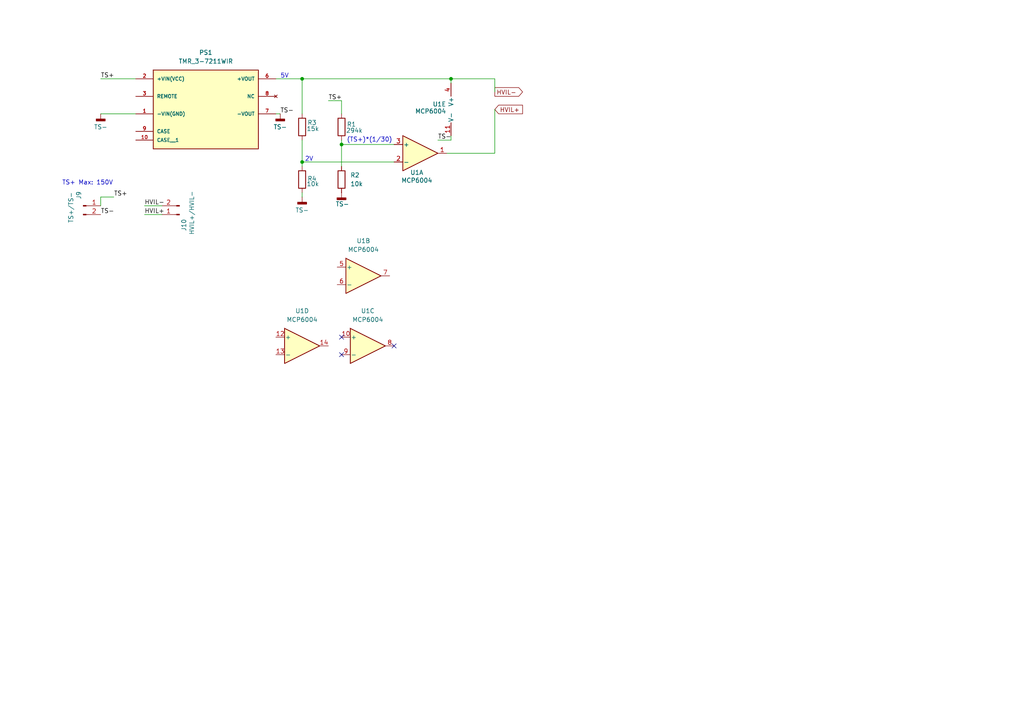
<source format=kicad_sch>
(kicad_sch (version 20250114) (generator "eeschema") (generator_version "9.0")
  (paper "A4")
  (lib_symbols
    (symbol "Amplifier_Operational:MCP6004" (pin_names (offset 0.127))
      (property "Reference" "U" (at 0 5.08 0))
      (property "Value" "MCP6004" (at 0 -5.08 0))
      (symbol "MCP6004_1_1"
        (polyline (pts (xy -5.08 5.08) (xy 5.08 0) (xy -5.08 -5.08) (xy -5.08 5.08)) (stroke (width 0.254)) (fill (type background)))
        (pin input line (at -7.62 2.54 0) (length 2.54) (name "+") (number "3"))
        (pin input line (at -7.62 -2.54 0) (length 2.54) (name "-") (number "2"))
        (pin output line (at 7.62 0 180) (length 2.54) (name "~") (number "1"))
      )
      (symbol "MCP6004_2_1"
        (polyline (pts (xy -5.08 5.08) (xy 5.08 0) (xy -5.08 -5.08) (xy -5.08 5.08)) (stroke (width 0.254)) (fill (type background)))
        (pin input line (at -7.62 2.54 0) (length 2.54) (name "+") (number "5"))
        (pin input line (at -7.62 -2.54 0) (length 2.54) (name "-") (number "6"))
        (pin output line (at 7.62 0 180) (length 2.54) (name "~") (number "7"))
      )
      (symbol "MCP6004_3_1"
        (polyline (pts (xy -5.08 5.08) (xy 5.08 0) (xy -5.08 -5.08) (xy -5.08 5.08)) (stroke (width 0.254)) (fill (type background)))
        (pin input line (at -7.62 2.54 0) (length 2.54) (name "+") (number "10"))
        (pin input line (at -7.62 -2.54 0) (length 2.54) (name "-") (number "9"))
        (pin output line (at 7.62 0 180) (length 2.54) (name "~") (number "8"))
      )
      (symbol "MCP6004_4_1"
        (polyline (pts (xy -5.08 5.08) (xy 5.08 0) (xy -5.08 -5.08) (xy -5.08 5.08)) (stroke (width 0.254)) (fill (type background)))
        (pin input line (at -7.62 2.54 0) (length 2.54) (name "+") (number "12"))
        (pin input line (at -7.62 -2.54 0) (length 2.54) (name "-") (number "13"))
        (pin output line (at 7.62 0 180) (length 2.54) (name "~") (number "14"))
      )
      (symbol "MCP6004_5_1"
        (pin power_in line (at -2.54 7.62 270) (length 3.81) (name "V+") (number "4"))
        (pin power_in line (at -2.54 -7.62 90) (length 3.81) (name "V-") (number "11"))
      )
    )
    (symbol "Connector:Conn_01x02_Pin" (pin_names (offset 1.016) (hide yes))
      (property "Reference" "J" (at 0 2.54 0))
      (property "Value" "Conn_01x02_Pin" (at 0 -5.08 0))
      (symbol "Conn_01x02_Pin_1_1"
        (rectangle (start 0.8636 0.127) (end 0 -0.127) (stroke (width 0.1524)) (fill (type outline)))
        (rectangle (start 0.8636 -2.413) (end 0 -2.667) (stroke (width 0.1524)) (fill (type outline)))
        (polyline (pts (xy 1.27 0) (xy 0.8636 0)) (stroke (width 0.1524)))
        (polyline (pts (xy 1.27 -2.54) (xy 0.8636 -2.54)) (stroke (width 0.1524)))
        (pin passive line (at 5.08 0 180) (length 3.81) (name "Pin_1") (number "1"))
        (pin passive line (at 5.08 -2.54 180) (length 3.81) (name "Pin_2") (number "2"))
      )
    )
    (symbol "Device:R" (pin_numbers (hide yes)) (pin_names (offset 0))
      (property "Reference" "R" (at 2.032 0 90))
      (property "Value" "R" (at 0 0 90))
      (symbol "R_0_1"
        (rectangle (start -1.016 -2.54) (end 1.016 2.54) (stroke (width 0.254)))
      )
      (symbol "R_1_1"
        (pin passive line (at 0 3.81 270) (length 1.27) (name "~") (number "1"))
        (pin passive line (at 0 -3.81 90) (length 1.27) (name "~") (number "2"))
      )
    )
    (symbol "TMR_3-7211WIR:TMR_3-7211WIR" (pin_names (offset 1.016))
      (property "Reference" "PS" (at -15.24 10.922 0))
      (property "Value" "TMR_3-7211WIR" (at -15.24 -15.24 0))
      (symbol "TMR_3-7211WIR_0_0"
        (rectangle (start -15.24 -12.7) (end 15.24 10.16) (stroke (width 0.254)) (fill (type background)))
        (pin input line (at -20.32 7.62 0) (length 5.08) (name "+VIN(VCC)") (number "2"))
        (pin input line (at -20.32 2.54 0) (length 5.08) (name "REMOTE") (number "3"))
        (pin input line (at -20.32 -2.54 0) (length 5.08) (name "-VIN(GND)") (number "1"))
        (pin passive line (at -20.32 -7.62 0) (length 5.08) (name "CASE") (number "9"))
        (pin passive line (at -20.32 -10.16 0) (length 5.08) (name "CASE__1") (number "10"))
        (pin output line (at 20.32 7.62 180) (length 5.08) (name "+VOUT") (number "6"))
        (pin no_connect line (at 20.32 2.54 180) (length 5.08) (name "NC") (number "8"))
        (pin output line (at 20.32 -2.54 180) (length 5.08) (name "-VOUT") (number "7"))
      )
    )
    (symbol "power:GNDD" (power) (pin_numbers (hide yes)) (pin_names (offset 0) (hide yes))
      (property "Value" "GNDD" (at 0 -3.175 0))
      (symbol "GNDD_0_1"
        (rectangle (start -1.27 -1.524) (end 1.27 -2.032) (stroke (width 0.254)) (fill (type outline)))
        (polyline (pts (xy 0 0) (xy 0 -1.524)))
      )
      (symbol "GNDD_1_1"
        (pin power_in line (at 0 0 270) (length 0) (name "~") (number "1"))
      )
    )
  )
  (text "2V" (at 89.662 46.228 0) (effects (font (size 1.27 1.27))))
  (text "5V" (at 82.55 22.098 0) (effects (font (size 1.27 1.27))))
  (text "(TS+)*(1/30)" (at 107.188 40.64 0) (effects (font (size 1.27 1.27))))
  (text "TS+ Max: 150V\n" (at 25.4 53.086 0) (effects (font (size 1.27 1.27))))
  (junction (at 87.63 46.99))
  (junction (at 87.63 22.86))
  (junction (at 99.06 41.91))
  (junction (at 130.81 22.86))
  (no_connect (at 99.06 102.87))
  (no_connect (at 114.3 100.33))
  (no_connect (at 99.06 97.79))
  (wire (pts (xy 80.01 22.86) (xy 87.63 22.86)))
  (wire (pts (xy 33.02 57.15) (xy 29.21 57.15)))
  (wire (pts (xy 41.91 59.69) (xy 46.99 59.69)))
  (wire (pts (xy 143.51 22.86) (xy 143.51 26.67)))
  (wire (pts (xy 99.06 41.91) (xy 99.06 48.26)))
  (wire (pts (xy 41.91 62.23) (xy 46.99 62.23)))
  (wire (pts (xy 130.81 22.86) (xy 143.51 22.86)))
  (wire (pts (xy 87.63 46.99) (xy 114.3 46.99)))
  (wire (pts (xy 130.81 40.64) (xy 130.81 39.37)))
  (wire (pts (xy 99.06 41.91) (xy 114.3 41.91)))
  (wire (pts (xy 87.63 22.86) (xy 87.63 33.02)))
  (wire (pts (xy 87.63 22.86) (xy 130.81 22.86)))
  (wire (pts (xy 99.06 29.21) (xy 99.06 33.02)))
  (wire (pts (xy 99.06 40.64) (xy 99.06 41.91)))
  (wire (pts (xy 80.01 33.02) (xy 81.28 33.02)))
  (wire (pts (xy 143.51 31.75) (xy 143.51 44.45)))
  (wire (pts (xy 29.21 22.86) (xy 39.37 22.86)))
  (wire (pts (xy 29.21 33.02) (xy 39.37 33.02)))
  (wire (pts (xy 95.25 29.21) (xy 99.06 29.21)))
  (wire (pts (xy 127 40.64) (xy 130.81 40.64)))
  (wire (pts (xy 130.81 22.86) (xy 130.81 24.13)))
  (wire (pts (xy 87.63 57.15) (xy 87.63 55.88)))
  (wire (pts (xy 29.21 57.15) (xy 29.21 59.69)))
  (wire (pts (xy 87.63 40.64) (xy 87.63 46.99)))
  (wire (pts (xy 87.63 46.99) (xy 87.63 48.26)))
  (wire (pts (xy 129.54 44.45) (xy 143.51 44.45)))
  (label "TS+" (at 33.02 57.15 0))
  (label "TS-" (at 81.28 33.02 0))
  (label "TS+" (at 95.25 29.21 0))
  (label "TS-" (at 127 40.64 0))
  (label "HVIL+" (at 41.91 62.23 0))
  (label "TS-" (at 29.21 62.23 0))
  (label "TS+" (at 29.21 22.86 0))
  (label "HVIL-" (at 41.91 59.69 0))
  (global_label "HVIL-" (shape output) (at 143.51 26.67 0) (property "Intersheetrefs" "${INTERSHEET_REFS}" (effects (hide yes))))
  (global_label "HVIL+" (shape input) (at 143.51 31.75 0) (property "Intersheetrefs" "${INTERSHEET_REFS}" (effects (hide yes))))
  (symbol (lib_id "Device:R") (at 99.06 52.07 180) (unit 1)
    (property "Reference" "R2" (at 101.6 50.7999 0) (effects (justify right)))
    (property "Value" "10k" (at 101.6 53.3399 0) (effects (justify right)))
    (property "Footprint" "Resistor_SMD:R_0805_2012Metric_Pad1.20x1.40mm_HandSolder" (effects (hide yes)))
    (property "Description" "Resistor" (effects (hide yes)))
  )
  (symbol (lib_id "Device:R") (at 99.06 36.83 180) (unit 1)
    (property "Reference" "R1" (at 100.584 36.068 0) (effects (justify right)))
    (property "Value" "294k" (at 100.33 37.846 0) (effects (justify right)))
    (property "Footprint" "Resistor_SMD:R_0805_2012Metric_Pad1.20x1.40mm_HandSolder" (effects (hide yes)))
    (property "Description" "Resistor" (effects (hide yes)))
  )
  (symbol (lib_id "Amplifier_Operational:MCP6004") (at 106.68 100.33 0) (unit 3)
    (property "Reference" "U1" (at 106.68 90.17 0))
    (property "Value" "MCP6004" (at 106.68 92.71 0))
    (property "Footprint" "Package_SO:SOIC-14_3.9x8.7mm_P1.27mm" (effects (hide yes)))
    (property "Datasheet" "http://ww1.microchip.com/downloads/en/DeviceDoc/21733j.pdf" (effects (hide yes)))
    (property "Description" "1MHz, Low-Power Op Amp, DIP-14/SOIC-14/TSSOP-14" (effects (hide yes)))
  )
  (symbol (lib_id "power:GNDD") (at 87.63 57.15 0) (unit 1)
    (property "Reference" "#PWR04" (effects (hide yes)))
    (property "Value" "TS-" (at 87.63 60.96 0))
    (property "Description" "Power symbol creates a global label with name \"GNDD\" , digital ground" (effects (hide yes)))
  )
  (symbol (lib_id "power:GNDD") (at 99.06 55.88 0) (unit 1)
    (property "Reference" "#PWR03" (effects (hide yes)))
    (property "Value" "TS-" (at 99.314 59.182 0))
    (property "Description" "Power symbol creates a global label with name \"GNDD\" , digital ground" (effects (hide yes)))
  )
  (symbol (lib_id "Device:R") (at 87.63 52.07 0) (unit 1)
    (property "Reference" "R4" (at 89.154 51.816 0) (effects (justify left)))
    (property "Value" "10k" (at 88.9 53.34 0) (effects (justify left)))
    (property "Footprint" "Resistor_SMD:R_0603_1608Metric_Pad0.98x0.95mm_HandSolder" (effects (hide yes)))
    (property "Description" "Resistor" (effects (hide yes)))
  )
  (symbol (lib_id "Connector:Conn_01x02_Pin") (at 24.13 59.69 0) (unit 1)
    (property "Reference" "J9" (at 22.86 56.642 90))
    (property "Value" "TS+/TS-" (at 20.574 60.198 90))
    (property "Footprint" "Connector_Molex:Molex_Nano-Fit_105309-xx02_1x02_P2.50mm_Vertical" (effects (hide yes)))
    (property "Description" "Generic connector, single row, 01x02, script generated" (effects (hide yes)))
  )
  (symbol (lib_id "Amplifier_Operational:MCP6004") (at 105.41 80.01 0) (unit 2)
    (property "Reference" "U1" (at 105.41 69.85 0))
    (property "Value" "MCP6004" (at 105.41 72.39 0))
    (property "Footprint" "Package_SO:SOIC-14_3.9x8.7mm_P1.27mm" (effects (hide yes)))
    (property "Datasheet" "http://ww1.microchip.com/downloads/en/DeviceDoc/21733j.pdf" (effects (hide yes)))
    (property "Description" "1MHz, Low-Power Op Amp, DIP-14/SOIC-14/TSSOP-14" (effects (hide yes)))
  )
  (symbol (lib_id "power:GNDD") (at 29.21 33.02 0) (unit 1)
    (property "Reference" "#PWR01" (effects (hide yes)))
    (property "Value" "TS-" (at 29.21 36.83 0))
    (property "Description" "Power symbol creates a global label with name \"GNDD\" , digital ground" (effects (hide yes)))
  )
  (symbol (lib_id "Connector:Conn_01x02_Pin") (at 52.07 62.23 180) (unit 1)
    (property "Reference" "J10" (at 53.34 65.278 90))
    (property "Value" "HVIL+/HVIL-" (at 55.626 61.722 90))
    (property "Footprint" "Connector_Molex:Molex_Nano-Fit_105309-xx02_1x02_P2.50mm_Vertical" (effects (hide yes)))
    (property "Description" "Generic connector, single row, 01x02, script generated" (effects (hide yes)))
  )
  (symbol (lib_id "Amplifier_Operational:MCP6004") (at 133.35 31.75 0) (unit 5)
    (property "Reference" "U1" (at 125.476 30.226 0) (effects (justify left)))
    (property "Value" "MCP6004" (at 120.396 32.258 0) (effects (justify left)))
    (property "Footprint" "Package_SO:SOIC-14_3.9x8.7mm_P1.27mm" (effects (hide yes)))
    (property "Datasheet" "http://ww1.microchip.com/downloads/en/DeviceDoc/21733j.pdf" (effects (hide yes)))
    (property "Description" "1MHz, Low-Power Op Amp, DIP-14/SOIC-14/TSSOP-14" (effects (hide yes)))
  )
  (symbol (lib_id "Device:R") (at 87.63 36.83 0) (unit 1)
    (property "Reference" "R3" (at 89.154 35.56 0) (effects (justify left)))
    (property "Value" "15k" (at 88.9 37.338 0) (effects (justify left)))
    (property "Footprint" "Resistor_SMD:R_0603_1608Metric_Pad0.98x0.95mm_HandSolder" (effects (hide yes)))
    (property "Description" "Resistor" (effects (hide yes)))
  )
  (symbol (lib_id "TMR_3-7211WIR:TMR_3-7211WIR") (at 59.69 30.48 0) (unit 1)
    (property "Reference" "PS1" (at 59.69 15.24 0))
    (property "Value" "TMR_3-7211WIR" (at 59.69 17.78 0))
    (property "Footprint" "FS_4_Global_Footprint_Library:Converter_DCDC_TRACO_TMR3-24xxWIR_48xxWIR_72xxWIR_THT" (effects (hide yes)))
    (property "PARTREV" "July 4, 2024" (effects (hide yes)))
    (property "MANUFACTURER" "Traco Power" (effects (hide yes)))
    (property "MAXIMUM_PACKAGE_HEIGHT" "11.7mm" (effects (hide yes)))
    (property "STANDARD" "IPC-7351B" (effects (hide yes)))
  )
  (symbol (lib_id "Amplifier_Operational:MCP6004") (at 121.92 44.45 0) (unit 1)
    (property "Reference" "U1" (at 120.904 50.038 0))
    (property "Value" "MCP6004" (at 120.904 52.324 0))
    (property "Footprint" "Package_SO:SOIC-14_3.9x8.7mm_P1.27mm" (effects (hide yes)))
    (property "Datasheet" "http://ww1.microchip.com/downloads/en/DeviceDoc/21733j.pdf" (effects (hide yes)))
    (property "Description" "1MHz, Low-Power Op Amp, DIP-14/SOIC-14/TSSOP-14" (effects (hide yes)))
  )
  (symbol (lib_id "Amplifier_Operational:MCP6004") (at 87.63 100.33 0) (unit 4)
    (property "Reference" "U1" (at 87.63 90.17 0))
    (property "Value" "MCP6004" (at 87.63 92.71 0))
    (property "Footprint" "Package_SO:SOIC-14_3.9x8.7mm_P1.27mm" (effects (hide yes)))
    (property "Datasheet" "http://ww1.microchip.com/downloads/en/DeviceDoc/21733j.pdf" (effects (hide yes)))
    (property "Description" "1MHz, Low-Power Op Amp, DIP-14/SOIC-14/TSSOP-14" (effects (hide yes)))
  )
  (symbol (lib_id "power:GNDD") (at 81.28 33.02 0) (unit 1)
    (property "Reference" "#PWR02" (effects (hide yes)))
    (property "Value" "TS-" (at 81.28 36.83 0))
    (property "Description" "Power symbol creates a global label with name \"GNDD\" , digital ground" (effects (hide yes)))
  )
)
</source>
